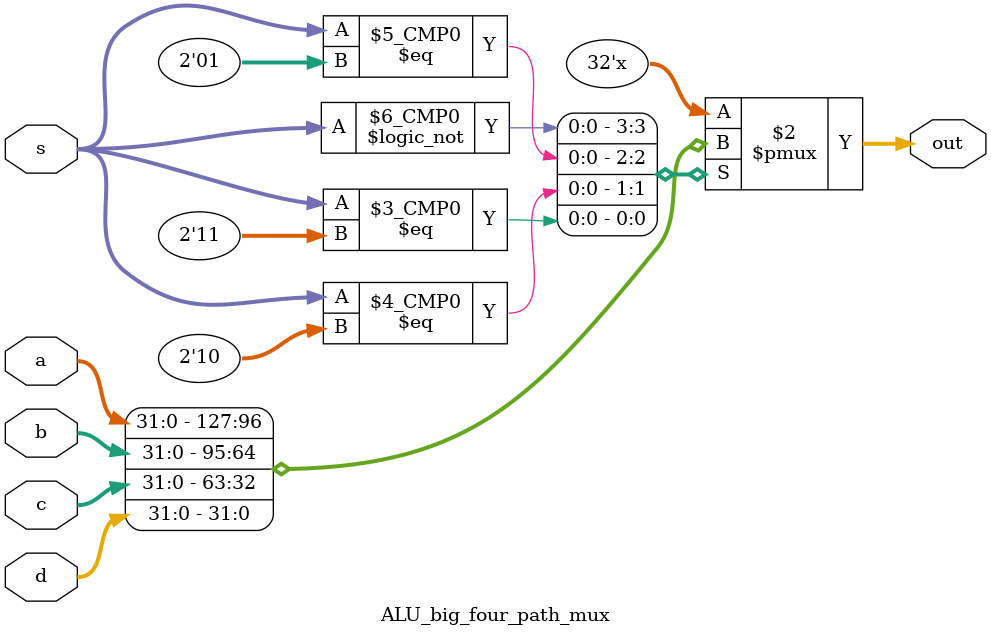
<source format=v>
module ALU_big_four_path_mux(a,b,c,d,s,out); 

    input [31:0] a;
    input [31:0] b;
    input [31:0] c;
    input [31:0] d;
    input [1:0] s; 

   output reg [31:0] out;

   always @(*)
     begin
       case(s)
           2'b00:out=a;
           2'b01:out=b;
           2'b10:out=c;
           2'b11:out=d;
         default:out=0;
       endcase
     end
endmodule

</source>
